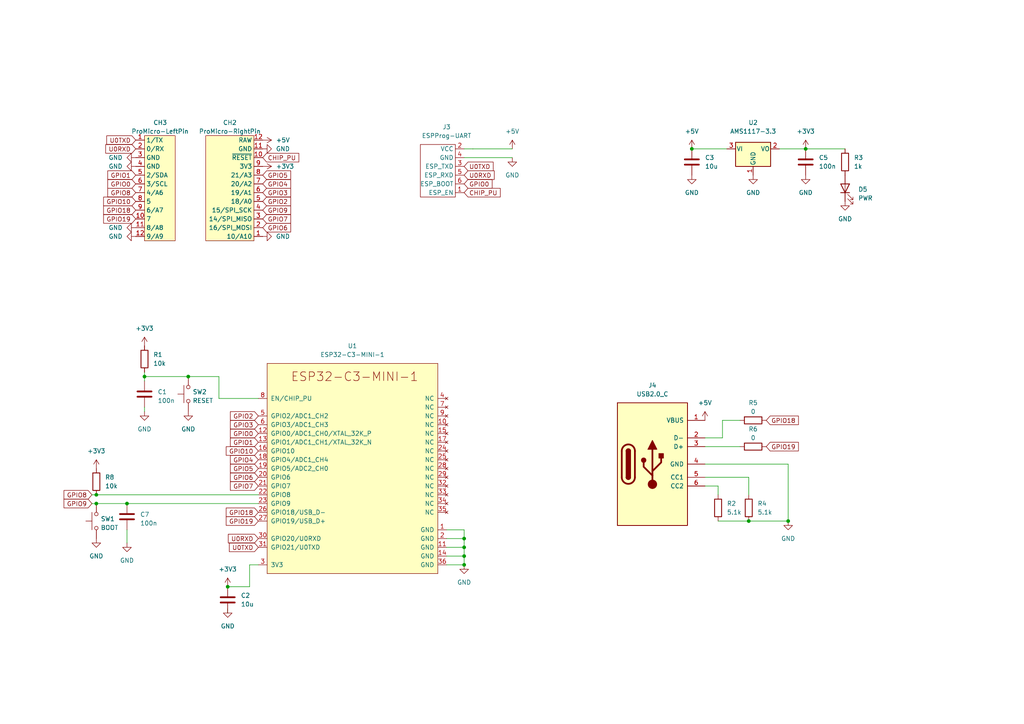
<source format=kicad_sch>
(kicad_sch (version 20230121) (generator eeschema)
  (paper "A4")
  (lib_symbols
    (symbol "$74th:ProMicro-LeftPin"
      (property "Reference" "CH" (at 0 12.7 0))
      (property "Value" "ProMicro-LeftPin" (at 0 15.24 0))
      (symbol "ProMicro-LeftPin_0_1"
        (rectangle (start -3.81 11.43) (end 5.08 -19.05) (stroke (width 0.1524)) (fill (type background)))
      )
      (symbol "ProMicro-LeftPin_1_1"
        (pin bidirectional line (at -6.35 10.16 0) (length 2.54) (name "1/TX") (number "1"))
        (pin bidirectional line (at -6.35 -12.7 0) (length 2.54) (name "7") (number "10"))
        (pin bidirectional line (at -6.35 -15.24 0) (length 2.54) (name "8/A8") (number "11"))
        (pin bidirectional line (at -6.35 -17.78 0) (length 2.54) (name "9/A9") (number "12"))
        (pin bidirectional line (at -6.35 7.62 0) (length 2.54) (name "0/RX") (number "2"))
        (pin power_in line (at -6.35 5.08 0) (length 2.54) (name "GND") (number "3"))
        (pin power_in line (at -6.35 2.54 0) (length 2.54) (name "GND") (number "4"))
        (pin bidirectional line (at -6.35 0 0) (length 2.54) (name "2/SDA") (number "5"))
        (pin bidirectional line (at -6.35 -2.54 0) (length 2.54) (name "3/SCL") (number "6"))
        (pin bidirectional line (at -6.35 -5.08 0) (length 2.54) (name "4/A6") (number "7"))
        (pin bidirectional line (at -6.35 -7.62 0) (length 2.54) (name "5") (number "8"))
        (pin bidirectional line (at -6.35 -10.16 0) (length 2.54) (name "6/A7") (number "9"))
      )
    )
    (symbol "$74th:ProMicro-RightPin"
      (property "Reference" "CH" (at 0 12.7 0))
      (property "Value" "ProMicro-RightPin" (at 0 15.24 0))
      (symbol "ProMicro-RightPin_0_1"
        (rectangle (start -3.81 11.43) (end 10.16 -19.05) (stroke (width 0.1524)) (fill (type background)))
      )
      (symbol "ProMicro-RightPin_1_1"
        (pin bidirectional line (at 12.7 -17.78 180) (length 2.54) (name "10/A10") (number "1"))
        (pin input line (at 12.7 5.08 180) (length 2.54) (name "~{RESET}") (number "10"))
        (pin power_in line (at 12.7 7.62 180) (length 2.54) (name "GND") (number "11"))
        (pin power_in line (at 12.7 10.16 180) (length 2.54) (name "RAW") (number "12"))
        (pin bidirectional line (at 12.7 -15.24 180) (length 2.54) (name "16/SPI_MOSI") (number "2"))
        (pin bidirectional line (at 12.7 -12.7 180) (length 2.54) (name "14/SPI_MISO") (number "3"))
        (pin bidirectional line (at 12.7 -10.16 180) (length 2.54) (name "15/SPI_SCK") (number "4"))
        (pin bidirectional line (at 12.7 -7.62 180) (length 2.54) (name "18/A0") (number "5"))
        (pin bidirectional line (at 12.7 -5.08 180) (length 2.54) (name "19/A1") (number "6"))
        (pin bidirectional line (at 12.7 -2.54 180) (length 2.54) (name "20/A2") (number "7"))
        (pin bidirectional line (at 12.7 0 180) (length 2.54) (name "21/A3") (number "8"))
        (pin power_in line (at 12.7 2.54 180) (length 2.54) (name "3V3") (number "9"))
      )
    )
    (symbol "Device:C" (pin_numbers hide) (pin_names (offset 0.254))
      (property "Reference" "C" (at 0.635 2.54 0))
      (property "Value" "C" (at 0.635 -2.54 0))
      (symbol "C_0_1"
        (polyline (pts (xy -2.032 -0.762) (xy 2.032 -0.762)) (stroke (width 0.508)))
        (polyline (pts (xy -2.032 0.762) (xy 2.032 0.762)) (stroke (width 0.508)))
      )
      (symbol "C_1_1"
        (pin passive line (at 0 3.81 270) (length 2.794) (name "~") (number "1"))
        (pin passive line (at 0 -3.81 90) (length 2.794) (name "~") (number "2"))
      )
    )
    (symbol "Device:LED" (pin_numbers hide) (pin_names (offset 1.016) hide)
      (property "Reference" "D" (at 0 2.54 0))
      (property "Value" "LED" (at 0 -2.54 0))
      (symbol "LED_0_1"
        (polyline (pts (xy -1.27 -1.27) (xy -1.27 1.27)) (stroke (width 0.254)))
        (polyline (pts (xy -1.27 0) (xy 1.27 0)))
        (polyline (pts (xy 1.27 -1.27) (xy 1.27 1.27) (xy -1.27 0) (xy 1.27 -1.27)) (stroke (width 0.254)))
        (polyline (pts (xy -3.048 -0.762) (xy -4.572 -2.286) (xy -3.81 -2.286) (xy -4.572 -2.286) (xy -4.572 -1.524)))
        (polyline (pts (xy -1.778 -0.762) (xy -3.302 -2.286) (xy -2.54 -2.286) (xy -3.302 -2.286) (xy -3.302 -1.524)))
      )
      (symbol "LED_1_1"
        (pin passive line (at -3.81 0 0) (length 2.54) (name "K") (number "1"))
        (pin passive line (at 3.81 0 180) (length 2.54) (name "A") (number "2"))
      )
    )
    (symbol "Device:R" (pin_numbers hide) (pin_names (offset 0))
      (property "Reference" "R" (at 2.032 0 90))
      (property "Value" "R" (at 0 0 90))
      (symbol "R_0_1"
        (rectangle (start -1.016 -2.54) (end 1.016 2.54) (stroke (width 0.254)))
      )
      (symbol "R_1_1"
        (pin passive line (at 0 3.81 270) (length 1.27) (name "~") (number "1"))
        (pin passive line (at 0 -3.81 90) (length 1.27) (name "~") (number "2"))
      )
    )
    (symbol "Espressif:ESP32-C3-MINI-1" (pin_names (offset 1.016))
      (property "Reference" "U" (at 0 33.02 0))
      (property "Value" "ESP32-C3-MINI-1" (at 0 -30.48 0))
      (symbol "ESP32-C3-MINI-1_0_0"
        (text "ESP32-C3-MINI-1" (at 1.27 27.94 0) (effects (font (size 2.54 2.54))))
      )
      (symbol "ESP32-C3-MINI-1_0_1"
        (rectangle (start -24.13 31.75) (end 25.4 -29.21) (fill (type background)))
      )
      (symbol "ESP32-C3-MINI-1_1_1"
        (pin power_in line (at 27.94 -16.51 180) (length 2.54) (name "GND") (number "1"))
        (pin no_connect line (at 27.94 13.97 180) (length 2.54) (name "NC") (number "10"))
        (pin power_in line (at 27.94 -21.59 180) (length 2.54) (name "GND") (number "11"))
        (pin bidirectional line (at -26.67 11.43 0) (length 2.54) (name "GPIO0/ADC1_CH0/XTAL_32K_P") (number "12"))
        (pin bidirectional line (at -26.67 8.89 0) (length 2.54) (name "GPIO1/ADC1_CH1/XTAL_32K_N") (number "13"))
        (pin power_in line (at 27.94 -24.13 180) (length 2.54) (name "GND") (number "14"))
        (pin no_connect line (at 27.94 11.43 180) (length 2.54) (name "NC") (number "15"))
        (pin bidirectional line (at -26.67 6.35 0) (length 2.54) (name "GPIO10") (number "16"))
        (pin no_connect line (at 27.94 8.89 180) (length 2.54) (name "NC") (number "17"))
        (pin bidirectional line (at -26.67 3.81 0) (length 2.54) (name "GPIO4/ADC1_CH4") (number "18"))
        (pin bidirectional line (at -26.67 1.27 0) (length 2.54) (name "GPIO5/ADC2_CH0") (number "19"))
        (pin power_in line (at 27.94 -19.05 180) (length 2.54) (name "GND") (number "2"))
        (pin bidirectional line (at -26.67 -1.27 0) (length 2.54) (name "GPIO6") (number "20"))
        (pin bidirectional line (at -26.67 -3.81 0) (length 2.54) (name "GPIO7") (number "21"))
        (pin bidirectional line (at -26.67 -6.35 0) (length 2.54) (name "GPIO8") (number "22"))
        (pin bidirectional line (at -26.67 -8.89 0) (length 2.54) (name "GPIO9") (number "23"))
        (pin no_connect line (at 27.94 6.35 180) (length 2.54) (name "NC") (number "24"))
        (pin no_connect line (at 27.94 3.81 180) (length 2.54) (name "NC") (number "25"))
        (pin bidirectional line (at -26.67 -11.43 0) (length 2.54) (name "GPIO18/USB_D-") (number "26"))
        (pin bidirectional line (at -26.67 -13.97 0) (length 2.54) (name "GPIO19/USB_D+") (number "27"))
        (pin no_connect line (at 27.94 1.27 180) (length 2.54) (name "NC") (number "28"))
        (pin no_connect line (at 27.94 -1.27 180) (length 2.54) (name "NC") (number "29"))
        (pin power_in line (at -26.67 -26.67 0) (length 2.54) (name "3V3") (number "3"))
        (pin bidirectional line (at -26.67 -19.05 0) (length 2.54) (name "GPIO20/U0RXD") (number "30"))
        (pin bidirectional line (at -26.67 -21.59 0) (length 2.54) (name "GPIO21/U0TXD") (number "31"))
        (pin no_connect line (at 27.94 -3.81 180) (length 2.54) (name "NC") (number "32"))
        (pin no_connect line (at 27.94 -6.35 180) (length 2.54) (name "NC") (number "33"))
        (pin no_connect line (at 27.94 -8.89 180) (length 2.54) (name "NC") (number "34"))
        (pin no_connect line (at 27.94 -11.43 180) (length 2.54) (name "NC") (number "35"))
        (pin power_in line (at 27.94 -26.67 180) (length 2.54) (name "GND") (number "36"))
        (pin no_connect line (at 27.94 21.59 180) (length 2.54) (name "NC") (number "4"))
        (pin bidirectional line (at -26.67 16.51 0) (length 2.54) (name "GPIO2/ADC1_CH2") (number "5"))
        (pin bidirectional line (at -26.67 13.97 0) (length 2.54) (name "GPIO3/ADC1_CH3") (number "6"))
        (pin no_connect line (at 27.94 19.05 180) (length 2.54) (name "NC") (number "7"))
        (pin input line (at -26.67 21.59 0) (length 2.54) (name "EN/CHIP_PU") (number "8"))
        (pin no_connect line (at 27.94 16.51 180) (length 2.54) (name "NC") (number "9"))
      )
    )
    (symbol "Regulator_Linear:AMS1117-3.3" (pin_names (offset 0.254))
      (property "Reference" "U" (at -3.81 3.175 0))
      (property "Value" "AMS1117-3.3" (at 0 3.175 0))
      (symbol "AMS1117-3.3_0_1"
        (rectangle (start -5.08 -5.08) (end 5.08 1.905) (stroke (width 0.254)) (fill (type background)))
      )
      (symbol "AMS1117-3.3_1_1"
        (pin power_in line (at 0 -7.62 90) (length 2.54) (name "GND") (number "1"))
        (pin power_out line (at 7.62 0 180) (length 2.54) (name "VO") (number "2"))
        (pin power_in line (at -7.62 0 0) (length 2.54) (name "VI") (number "3"))
      )
    )
    (symbol "Switch:SW_Push" (pin_numbers hide) (pin_names (offset 1.016) hide)
      (property "Reference" "SW" (at 1.27 2.54 0))
      (property "Value" "SW_Push" (at 0 -1.524 0))
      (symbol "SW_Push_0_1"
        (circle (center -2.032 0) (radius 0.508))
        (polyline (pts (xy 0 1.27) (xy 0 3.048)))
        (polyline (pts (xy 2.54 1.27) (xy -2.54 1.27)))
        (circle (center 2.032 0) (radius 0.508))
        (pin passive line (at -5.08 0 0) (length 2.54) (name "1") (number "1"))
        (pin passive line (at 5.08 0 180) (length 2.54) (name "2") (number "2"))
      )
    )
    (symbol "esp32-dev-boards:ESPProg-UART"
      (property "Reference" "J" (at 0 1.27 0))
      (property "Value" "ESPProg-UART" (at 0 2.54 0))
      (symbol "ESPProg-UART_0_1"
        (rectangle (start -7.62 0) (end 2.54 -15.24) (stroke (width 0.1524)))
        (rectangle (start 7.62 -1.27) (end 7.62 -1.27) (stroke (width 0.1524)))
        (rectangle (start 7.62 -1.27) (end 7.62 -1.27) (stroke (width 0.1524)))
      )
      (symbol "ESPProg-UART_1_1"
        (pin output line (at 5.08 -13.97 180) (length 2.54) (name "ESP_EN") (number "1"))
        (pin power_out line (at 5.08 -1.27 180) (length 2.54) (name "VCC") (number "2"))
        (pin input line (at 5.08 -6.35 180) (length 2.54) (name "ESP_TXD") (number "3"))
        (pin power_out line (at 5.08 -3.81 180) (length 2.54) (name "GND") (number "4"))
        (pin output line (at 5.08 -8.89 180) (length 2.54) (name "ESP_RXD") (number "5"))
        (pin output line (at 5.08 -11.43 180) (length 2.54) (name "ESP_BOOT") (number "6"))
      )
    )
    (symbol "esp32-dev-boards:USB2.0_C" (pin_names (offset 1.016))
      (property "Reference" "J" (at -10.16 19.05 0))
      (property "Value" "USB2.0_C" (at 12.7 19.05 0))
      (symbol "USB2.0_C_0_1"
        (rectangle (start -10.16 17.78) (end 10.16 -17.78) (stroke (width 0.254)) (fill (type background)))
        (arc (start -8.89 -3.81) (mid -6.985 -5.7067) (end -5.08 -3.81) (stroke (width 0.508)))
        (arc (start -7.62 -3.81) (mid -6.985 -4.4423) (end -6.35 -3.81) (stroke (width 0.254)))
        (arc (start -7.62 -3.81) (mid -6.985 -4.4423) (end -6.35 -3.81) (stroke (width 0.254)) (fill (type outline)))
        (rectangle (start -7.62 -3.81) (end -6.35 3.81) (stroke (width 0.254)) (fill (type outline)))
        (arc (start -6.35 3.81) (mid -6.985 4.4423) (end -7.62 3.81) (stroke (width 0.254)))
        (arc (start -6.35 3.81) (mid -6.985 4.4423) (end -7.62 3.81) (stroke (width 0.254)) (fill (type outline)))
        (arc (start -5.08 3.81) (mid -6.985 5.7067) (end -8.89 3.81) (stroke (width 0.508)))
        (circle (center -2.54 1.143) (radius 0.635) (stroke (width 0.254)) (fill (type outline)))
        (circle (center 0 -5.842) (radius 1.27) (fill (type outline)))
        (polyline (pts (xy -8.89 -3.81) (xy -8.89 3.81)) (stroke (width 0.508)))
        (polyline (pts (xy -5.08 3.81) (xy -5.08 -3.81)) (stroke (width 0.508)))
        (polyline (pts (xy 0 -5.842) (xy 0 4.318)) (stroke (width 0.508)))
        (polyline (pts (xy 0 -3.302) (xy -2.54 -0.762) (xy -2.54 0.508)) (stroke (width 0.508)))
        (polyline (pts (xy 0 -2.032) (xy 2.54 0.508) (xy 2.54 1.778)) (stroke (width 0.508)))
        (polyline (pts (xy -1.27 4.318) (xy 0 6.858) (xy 1.27 4.318) (xy -1.27 4.318)) (stroke (width 0.254)) (fill (type outline)))
        (rectangle (start 1.905 1.778) (end 3.175 3.048) (stroke (width 0.254)) (fill (type outline)))
      )
      (symbol "USB2.0_C_1_1"
        (pin power_out line (at 15.24 12.7 180) (length 5.08) (name "VBUS") (number "1"))
        (pin bidirectional line (at 15.24 7.62 180) (length 5.08) (name "D-") (number "2"))
        (pin bidirectional line (at 15.24 5.08 180) (length 5.08) (name "D+") (number "3"))
        (pin power_out line (at 15.24 0 180) (length 5.08) (name "GND") (number "4"))
        (pin bidirectional line (at 15.24 -3.81 180) (length 5.08) (name "CC1") (number "5"))
        (pin bidirectional line (at 15.24 -6.35 180) (length 5.08) (name "CC2") (number "6"))
      )
    )
    (symbol "power:+3V3" (power) (pin_names (offset 0))
      (property "Value" "+3V3" (at 0 3.556 0))
      (symbol "+3V3_0_1"
        (polyline (pts (xy -0.762 1.27) (xy 0 2.54)))
        (polyline (pts (xy 0 0) (xy 0 2.54)))
        (polyline (pts (xy 0 2.54) (xy 0.762 1.27)))
      )
      (symbol "+3V3_1_1"
        (pin power_in line (at 0 0 90) (length 0) hide (name "+3V3") (number "1"))
      )
    )
    (symbol "power:+5V" (power) (pin_names (offset 0))
      (property "Value" "+5V" (at 0 3.556 0))
      (symbol "+5V_0_1"
        (polyline (pts (xy -0.762 1.27) (xy 0 2.54)))
        (polyline (pts (xy 0 0) (xy 0 2.54)))
        (polyline (pts (xy 0 2.54) (xy 0.762 1.27)))
      )
      (symbol "+5V_1_1"
        (pin power_in line (at 0 0 90) (length 0) hide (name "+5V") (number "1"))
      )
    )
    (symbol "power:GND" (power) (pin_names (offset 0))
      (property "Value" "GND" (at 0 -3.81 0))
      (symbol "GND_0_1"
        (polyline (pts (xy 0 0) (xy 0 -1.27) (xy 1.27 -1.27) (xy 0 -2.54) (xy -1.27 -1.27) (xy 0 -1.27)))
      )
      (symbol "GND_1_1"
        (pin power_in line (at 0 0 270) (length 0) hide (name "GND") (number "1"))
      )
    )
  )
  (junction (at 41.91 109.22))
  (junction (at 134.62 161.29))
  (junction (at 66.04 170.18))
  (junction (at 233.68 43.18))
  (junction (at 54.61 109.22))
  (junction (at 134.62 156.21))
  (junction (at 134.62 158.75))
  (junction (at 228.6 151.13))
  (junction (at 134.62 163.83))
  (junction (at 27.94 143.51))
  (junction (at 200.66 43.18))
  (junction (at 36.83 146.05))
  (junction (at 27.94 146.05))
  (junction (at 217.17 151.13))
  (wire (pts (xy 129.54 163.83) (xy 134.62 163.83)))
  (wire (pts (xy 134.62 156.21) (xy 134.62 158.75)))
  (wire (pts (xy 134.62 43.18) (xy 148.59 43.18)))
  (wire (pts (xy 27.94 146.05) (xy 36.83 146.05)))
  (wire (pts (xy 214.63 121.92) (xy 209.55 121.92)))
  (wire (pts (xy 36.83 146.05) (xy 74.93 146.05)))
  (wire (pts (xy 134.62 45.72) (xy 148.59 45.72)))
  (wire (pts (xy 129.54 156.21) (xy 134.62 156.21)))
  (wire (pts (xy 204.47 134.62) (xy 228.6 134.62)))
  (wire (pts (xy 41.91 109.22) (xy 54.61 109.22)))
  (wire (pts (xy 228.6 134.62) (xy 228.6 151.13)))
  (wire (pts (xy 208.28 151.13) (xy 217.17 151.13)))
  (wire (pts (xy 233.68 43.18) (xy 245.11 43.18)))
  (wire (pts (xy 63.5 109.22) (xy 63.5 115.57)))
  (wire (pts (xy 26.67 146.05) (xy 27.94 146.05)))
  (wire (pts (xy 226.06 43.18) (xy 233.68 43.18)))
  (wire (pts (xy 41.91 109.22) (xy 41.91 110.49)))
  (wire (pts (xy 209.55 127) (xy 204.47 127)))
  (wire (pts (xy 208.28 140.97) (xy 208.28 143.51)))
  (wire (pts (xy 72.39 170.18) (xy 66.04 170.18)))
  (wire (pts (xy 200.66 43.18) (xy 210.82 43.18)))
  (wire (pts (xy 134.62 153.67) (xy 134.62 156.21)))
  (wire (pts (xy 129.54 158.75) (xy 134.62 158.75)))
  (wire (pts (xy 54.61 109.22) (xy 63.5 109.22)))
  (wire (pts (xy 26.67 143.51) (xy 27.94 143.51)))
  (wire (pts (xy 217.17 151.13) (xy 228.6 151.13)))
  (wire (pts (xy 129.54 153.67) (xy 134.62 153.67)))
  (wire (pts (xy 66.04 177.8) (xy 66.04 176.53)))
  (wire (pts (xy 204.47 138.43) (xy 217.17 138.43)))
  (wire (pts (xy 41.91 119.38) (xy 41.91 118.11)))
  (wire (pts (xy 204.47 129.54) (xy 214.63 129.54)))
  (wire (pts (xy 41.91 107.95) (xy 41.91 109.22)))
  (wire (pts (xy 129.54 161.29) (xy 134.62 161.29)))
  (wire (pts (xy 72.39 163.83) (xy 72.39 170.18)))
  (wire (pts (xy 217.17 138.43) (xy 217.17 143.51)))
  (wire (pts (xy 209.55 121.92) (xy 209.55 127)))
  (wire (pts (xy 27.94 143.51) (xy 74.93 143.51)))
  (wire (pts (xy 63.5 115.57) (xy 74.93 115.57)))
  (wire (pts (xy 36.83 153.67) (xy 36.83 157.48)))
  (wire (pts (xy 74.93 163.83) (xy 72.39 163.83)))
  (wire (pts (xy 204.47 140.97) (xy 208.28 140.97)))
  (wire (pts (xy 134.62 161.29) (xy 134.62 163.83)))
  (wire (pts (xy 134.62 158.75) (xy 134.62 161.29)))
  (global_label "GPIO2" (shape input) (at 74.93 120.65 180) (property "Intersheetrefs" "${INTERSHEET_REFS}" (effects hide)))
  (global_label "GPIO18" (shape input) (at 74.93 148.59 180) (property "Intersheetrefs" "${INTERSHEET_REFS}" (effects hide)))
  (global_label "U0RXD" (shape input) (at 39.37 43.18 180) (property "Intersheetrefs" "${INTERSHEET_REFS}" (effects hide)))
  (global_label "GPIO1" (shape input) (at 39.37 50.8 180) (property "Intersheetrefs" "${INTERSHEET_REFS}" (effects hide)))
  (global_label "U0TXD" (shape input) (at 74.93 158.75 180) (property "Intersheetrefs" "${INTERSHEET_REFS}" (effects hide)))
  (global_label "GPIO3" (shape input) (at 74.93 123.19 180) (property "Intersheetrefs" "${INTERSHEET_REFS}" (effects hide)))
  (global_label "GPIO19" (shape input) (at 74.93 151.13 180) (property "Intersheetrefs" "${INTERSHEET_REFS}" (effects hide)))
  (global_label "GPIO18" (shape input) (at 222.25 121.92 0) (property "Intersheetrefs" "${INTERSHEET_REFS}" (effects hide)))
  (global_label "GPIO6" (shape input) (at 76.2 66.04 0) (property "Intersheetrefs" "${INTERSHEET_REFS}" (effects hide)))
  (global_label "GPIO19" (shape input) (at 39.37 63.5 180) (property "Intersheetrefs" "${INTERSHEET_REFS}" (effects hide)))
  (global_label "GPIO5" (shape input) (at 76.2 50.8 0) (property "Intersheetrefs" "${INTERSHEET_REFS}" (effects hide)))
  (global_label "GPIO19" (shape input) (at 222.25 129.54 0) (property "Intersheetrefs" "${INTERSHEET_REFS}" (effects hide)))
  (global_label "U0RXD" (shape input) (at 74.93 156.21 180) (property "Intersheetrefs" "${INTERSHEET_REFS}" (effects hide)))
  (global_label "GPIO10" (shape input) (at 74.93 130.81 180) (property "Intersheetrefs" "${INTERSHEET_REFS}" (effects hide)))
  (global_label "GPIO7" (shape input) (at 74.93 140.97 180) (property "Intersheetrefs" "${INTERSHEET_REFS}" (effects hide)))
  (global_label "GPIO10" (shape input) (at 39.37 58.42 180) (property "Intersheetrefs" "${INTERSHEET_REFS}" (effects hide)))
  (global_label "GPIO3" (shape input) (at 76.2 55.88 0) (property "Intersheetrefs" "${INTERSHEET_REFS}" (effects hide)))
  (global_label "U0RXD" (shape input) (at 134.62 50.8 0) (property "Intersheetrefs" "${INTERSHEET_REFS}" (effects hide)))
  (global_label "GPIO4" (shape input) (at 74.93 133.35 180) (property "Intersheetrefs" "${INTERSHEET_REFS}" (effects hide)))
  (global_label "CHIP_PU" (shape input) (at 134.62 55.88 0) (property "Intersheetrefs" "${INTERSHEET_REFS}" (effects hide)))
  (global_label "GPIO0" (shape input) (at 74.93 125.73 180) (property "Intersheetrefs" "${INTERSHEET_REFS}" (effects hide)))
  (global_label "GPIO4" (shape input) (at 76.2 53.34 0) (property "Intersheetrefs" "${INTERSHEET_REFS}" (effects hide)))
  (global_label "GPIO1" (shape input) (at 74.93 128.27 180) (property "Intersheetrefs" "${INTERSHEET_REFS}" (effects hide)))
  (global_label "GPIO6" (shape input) (at 74.93 138.43 180) (property "Intersheetrefs" "${INTERSHEET_REFS}" (effects hide)))
  (global_label "GPIO0" (shape input) (at 134.62 53.34 0) (property "Intersheetrefs" "${INTERSHEET_REFS}" (effects hide)))
  (global_label "CHIP_PU" (shape input) (at 76.2 45.72 0) (property "Intersheetrefs" "${INTERSHEET_REFS}" (effects hide)))
  (global_label "U0TXD" (shape input) (at 39.37 40.64 180) (property "Intersheetrefs" "${INTERSHEET_REFS}" (effects hide)))
  (global_label "GPIO2" (shape input) (at 76.2 58.42 0) (property "Intersheetrefs" "${INTERSHEET_REFS}" (effects hide)))
  (global_label "GPIO8" (shape input) (at 39.37 55.88 180) (property "Intersheetrefs" "${INTERSHEET_REFS}" (effects hide)))
  (global_label "GPIO9" (shape input) (at 76.2 60.96 0) (property "Intersheetrefs" "${INTERSHEET_REFS}" (effects hide)))
  (global_label "GPIO9" (shape input) (at 26.67 146.05 180) (property "Intersheetrefs" "${INTERSHEET_REFS}" (effects hide)))
  (global_label "U0TXD" (shape input) (at 134.62 48.26 0) (property "Intersheetrefs" "${INTERSHEET_REFS}" (effects hide)))
  (global_label "GPIO18" (shape input) (at 39.37 60.96 180) (property "Intersheetrefs" "${INTERSHEET_REFS}" (effects hide)))
  (global_label "GPIO5" (shape input) (at 74.93 135.89 180) (property "Intersheetrefs" "${INTERSHEET_REFS}" (effects hide)))
  (global_label "GPIO8" (shape input) (at 26.67 143.51 180) (property "Intersheetrefs" "${INTERSHEET_REFS}" (effects hide)))
  (global_label "GPIO0" (shape input) (at 39.37 53.34 180) (property "Intersheetrefs" "${INTERSHEET_REFS}" (effects hide)))
  (global_label "GPIO7" (shape input) (at 76.2 63.5 0) (property "Intersheetrefs" "${INTERSHEET_REFS}" (effects hide)))
  (symbol (lib_id "power:GND") (at 41.91 119.38 0) (unit 1)
    (property "Reference" "#PWR03" (effects hide))
    (property "Value" "GND" (at 41.91 124.46 0))
  )
  (symbol (lib_id "power:GND") (at 218.44 50.8 0) (unit 1)
    (property "Reference" "#PWR018" (effects hide))
    (property "Value" "GND" (at 218.44 55.88 0))
  )
  (symbol (lib_id "power:+3V3") (at 76.2 48.26 270) (unit 1)
    (property "Reference" "#PWR024" (effects hide))
    (property "Value" "+3V3" (at 80.01 48.26 90) (effects (justify left)))
  )
  (symbol (lib_id "power:GND") (at 76.2 43.18 90) (unit 1)
    (property "Reference" "#PWR010" (effects hide))
    (property "Value" "GND" (at 80.01 43.18 90) (effects (justify right)))
  )
  (symbol (lib_id "power:+5V") (at 76.2 40.64 270) (unit 1)
    (property "Reference" "#PWR09" (effects hide))
    (property "Value" "+5V" (at 80.01 40.64 90) (effects (justify left)))
  )
  (symbol (lib_id "Regulator_Linear:AMS1117-3.3") (at 218.44 43.18 0) (unit 1)
    (property "Reference" "U2" (at 218.44 35.56 0))
    (property "Value" "AMS1117-3.3" (at 218.44 38.1 0))
    (property "Footprint" "$74th:Regulator_AMS1117_SOT-89" (effects hide))
    (property "Datasheet" "http://www.advanced-monolithic.com/pdf/ds1117.pdf" (effects hide))
  )
  (symbol (lib_id "Device:R") (at 208.28 147.32 180) (unit 1)
    (property "Reference" "R2" (at 210.82 146.0499 0) (effects (justify right)))
    (property "Value" "5.1k" (at 210.82 148.5899 0) (effects (justify right)))
    (property "Footprint" "$74th:Register_0805_2012" (effects hide))
  )
  (symbol (lib_id "Switch:SW_Push") (at 54.61 114.3 90) (unit 1)
    (property "Reference" "SW2" (at 55.88 113.665 90) (effects (justify right)))
    (property "Value" "RESET" (at 55.88 116.205 90) (effects (justify right)))
    (property "Footprint" "$74th:SKRPABE010" (effects hide))
  )
  (symbol (lib_id "power:GND") (at 39.37 68.58 270) (unit 1)
    (property "Reference" "#PWR027" (effects hide))
    (property "Value" "GND" (at 35.56 68.58 90) (effects (justify right)))
  )
  (symbol (lib_id "Device:LED") (at 245.11 54.61 90) (unit 1)
    (property "Reference" "D5" (at 248.92 54.9274 90) (effects (justify right)))
    (property "Value" "PWR" (at 248.92 57.4674 90) (effects (justify right)))
    (property "Footprint" "$74th:LED_0805_2012Metric_Pad1.15x1.40mm_HandSolder" (effects hide))
  )
  (symbol (lib_id "power:+3V3") (at 27.94 135.89 0) (unit 1)
    (property "Reference" "#PWR021" (effects hide))
    (property "Value" "+3V3" (at 27.94 130.81 0))
  )
  (symbol (lib_id "Switch:SW_Push") (at 27.94 151.13 90) (unit 1)
    (property "Reference" "SW1" (at 29.21 150.495 90) (effects (justify right)))
    (property "Value" "BOOT" (at 29.21 153.035 90) (effects (justify right)))
    (property "Footprint" "$74th:SKRPABE010" (effects hide))
  )
  (symbol (lib_id "$74th:ProMicro-RightPin") (at 63.5 50.8 0) (unit 1)
    (property "Reference" "CH2" (at 66.675 35.56 0))
    (property "Value" "ProMicro-RightPin" (at 66.675 38.1 0))
    (property "Footprint" "$74th:ProMicro_LIKE_RIGHT" (effects hide))
  )
  (symbol (lib_id "power:GND") (at 134.62 163.83 0) (unit 1)
    (property "Reference" "#PWR011" (effects hide))
    (property "Value" "GND" (at 134.62 168.91 0))
  )
  (symbol (lib_id "power:GND") (at 228.6 151.13 0) (unit 1)
    (property "Reference" "#PWR07" (effects hide))
    (property "Value" "GND" (at 228.6 156.21 0))
  )
  (symbol (lib_id "power:GND") (at 39.37 48.26 270) (unit 1)
    (property "Reference" "#PWR028" (effects hide))
    (property "Value" "GND" (at 35.56 48.26 90) (effects (justify right)))
  )
  (symbol (lib_id "power:GND") (at 76.2 68.58 90) (unit 1)
    (property "Reference" "#PWR029" (effects hide))
    (property "Value" "GND" (at 80.01 68.58 90) (effects (justify right)))
  )
  (symbol (lib_id "power:GND") (at 39.37 66.04 270) (unit 1)
    (property "Reference" "#PWR026" (effects hide))
    (property "Value" "GND" (at 35.56 66.04 90) (effects (justify right)))
  )
  (symbol (lib_id "power:+5V") (at 204.47 121.92 0) (unit 1)
    (property "Reference" "#PWR06" (effects hide))
    (property "Value" "+5V" (at 204.47 116.84 0))
  )
  (symbol (lib_id "power:+5V") (at 148.59 43.18 0) (unit 1)
    (property "Reference" "#PWR04" (effects hide))
    (property "Value" "+5V" (at 148.59 38.1 0))
  )
  (symbol (lib_id "Device:R") (at 41.91 104.14 180) (unit 1)
    (property "Reference" "R1" (at 44.45 102.8699 0) (effects (justify right)))
    (property "Value" "10k" (at 44.45 105.4099 0) (effects (justify right)))
    (property "Footprint" "$74th:Register_0805_2012" (effects hide))
  )
  (symbol (lib_id "power:GND") (at 39.37 45.72 270) (unit 1)
    (property "Reference" "#PWR025" (effects hide))
    (property "Value" "GND" (at 35.56 45.72 90) (effects (justify right)))
  )
  (symbol (lib_id "Device:R") (at 217.17 147.32 180) (unit 1)
    (property "Reference" "R4" (at 219.71 146.0499 0) (effects (justify right)))
    (property "Value" "5.1k" (at 219.71 148.5899 0) (effects (justify right)))
    (property "Footprint" "$74th:Register_0805_2012" (effects hide))
  )
  (symbol (lib_id "Device:R") (at 218.44 129.54 270) (unit 1)
    (property "Reference" "R6" (at 218.44 124.46 90))
    (property "Value" "0" (at 218.44 127 90))
    (property "Footprint" "$74th:Register_0805_2012" (effects hide))
  )
  (symbol (lib_id "esp32-dev-boards:ESPProg-UART") (at 129.54 41.91 0) (unit 1)
    (property "Reference" "J3" (at 129.54 36.83 0))
    (property "Value" "ESPProg-UART" (at 129.54 39.37 0))
    (property "Footprint" "$74th:BoxPinHeader_2x03_P1.27mm_Vertical" (effects hide))
  )
  (symbol (lib_id "Device:C") (at 233.68 46.99 0) (unit 1)
    (property "Reference" "C5" (at 237.49 45.7199 0) (effects (justify left)))
    (property "Value" "100n" (at 237.49 48.2599 0) (effects (justify left)))
    (property "Footprint" "$74th:Capacitor_0805_2012" (effects hide))
  )
  (symbol (lib_id "Device:C") (at 41.91 114.3 0) (unit 1)
    (property "Reference" "C1" (at 45.72 113.665 0) (effects (justify left)))
    (property "Value" "100n" (at 45.72 116.205 0) (effects (justify left)))
    (property "Footprint" "$74th:Capacitor_0805_2012" (effects hide))
  )
  (symbol (lib_id "Device:R") (at 218.44 121.92 270) (unit 1)
    (property "Reference" "R5" (at 218.44 116.84 90))
    (property "Value" "0" (at 218.44 119.38 90))
    (property "Footprint" "$74th:Register_0805_2012" (effects hide))
  )
  (symbol (lib_id "Device:R") (at 245.11 46.99 180) (unit 1)
    (property "Reference" "R3" (at 247.65 45.7199 0) (effects (justify right)))
    (property "Value" "1k" (at 247.65 48.2599 0) (effects (justify right)))
    (property "Footprint" "$74th:Register_0805_2012" (effects hide))
  )
  (symbol (lib_id "power:GND") (at 66.04 176.53 0) (unit 1)
    (property "Reference" "#PWR08" (effects hide))
    (property "Value" "GND" (at 66.04 181.61 0))
  )
  (symbol (lib_id "Device:R") (at 27.94 139.7 180) (unit 1)
    (property "Reference" "R8" (at 30.48 138.4299 0) (effects (justify right)))
    (property "Value" "10k" (at 30.48 140.9699 0) (effects (justify right)))
    (property "Footprint" "$74th:Register_0805_2012" (effects hide))
  )
  (symbol (lib_id "Device:C") (at 200.66 46.99 0) (unit 1)
    (property "Reference" "C3" (at 204.47 45.7199 0) (effects (justify left)))
    (property "Value" "10u" (at 204.47 48.2599 0) (effects (justify left)))
    (property "Footprint" "$74th:Capacitor_0805_2012" (effects hide))
  )
  (symbol (lib_id "power:GND") (at 148.59 45.72 0) (unit 1)
    (property "Reference" "#PWR05" (effects hide))
    (property "Value" "GND" (at 148.59 50.8 0))
  )
  (symbol (lib_id "power:GND") (at 36.83 157.48 0) (unit 1)
    (property "Reference" "#PWR032" (effects hide))
    (property "Value" "GND" (at 36.83 162.56 0))
  )
  (symbol (lib_id "power:+3V3") (at 66.04 170.18 0) (unit 1)
    (property "Reference" "#PWR01" (effects hide))
    (property "Value" "+3V3" (at 66.04 165.1 0))
  )
  (symbol (lib_id "Device:C") (at 36.83 149.86 0) (unit 1)
    (property "Reference" "C7" (at 40.64 149.225 0) (effects (justify left)))
    (property "Value" "100n" (at 40.64 151.765 0) (effects (justify left)))
    (property "Footprint" "$74th:Capacitor_0805_2012" (effects hide))
  )
  (symbol (lib_id "Espressif:ESP32-C3-MINI-1") (at 101.6 137.16 0) (unit 1)
    (property "Reference" "U1" (at 102.235 100.33 0))
    (property "Value" "ESP32-C3-MINI-1" (at 102.235 102.87 0))
    (property "Footprint" "Espressif:ESP32-C3-MINI-1" (effects hide))
    (property "Datasheet" "https://www.espressif.com/sites/default/files/documentation/esp32-c3-mini-1_datasheet_en.pdf" (effects hide))
  )
  (symbol (lib_id "power:+3V3") (at 233.68 43.18 0) (unit 1)
    (property "Reference" "#PWR019" (effects hide))
    (property "Value" "+3V3" (at 233.68 38.1 0))
  )
  (symbol (lib_id "power:GND") (at 200.66 50.8 0) (unit 1)
    (property "Reference" "#PWR014" (effects hide))
    (property "Value" "GND" (at 200.66 55.88 0))
  )
  (symbol (lib_id "Device:C") (at 66.04 173.99 0) (unit 1)
    (property "Reference" "C2" (at 69.85 172.7199 0) (effects (justify left)))
    (property "Value" "10u" (at 69.85 175.2599 0) (effects (justify left)))
    (property "Footprint" "$74th:Capacitor_0805_2012" (effects hide))
  )
  (symbol (lib_id "$74th:ProMicro-LeftPin") (at 45.72 50.8 0) (unit 1)
    (property "Reference" "CH3" (at 44.45 35.56 0) (effects (justify left)))
    (property "Value" "ProMicro-LeftPin" (at 38.1 38.1 0) (effects (justify left)))
    (property "Footprint" "$74th:ProMicro_LIKE_LEFT" (effects hide))
  )
  (symbol (lib_id "power:GND") (at 233.68 50.8 0) (unit 1)
    (property "Reference" "#PWR020" (effects hide))
    (property "Value" "GND" (at 233.68 55.88 0))
  )
  (symbol (lib_id "power:GND") (at 54.61 119.38 0) (unit 1)
    (property "Reference" "#PWR031" (effects hide))
    (property "Value" "GND" (at 54.61 124.46 0))
  )
  (symbol (lib_id "esp32-dev-boards:USB2.0_C") (at 189.23 134.62 0) (unit 1)
    (property "Reference" "J4" (at 189.23 111.76 0))
    (property "Value" "USB2.0_C" (at 189.23 114.3 0))
    (property "Footprint" "$74th:USB-C-12-Pin-SMD" (effects hide))
    (property "Datasheet" "https://www.usb.org/sites/default/files/documents/usb_type-c.zip" (effects hide))
  )
  (symbol (lib_id "power:GND") (at 245.11 58.42 0) (unit 1)
    (property "Reference" "#PWR023" (effects hide))
    (property "Value" "GND" (at 245.11 63.5 0))
  )
  (symbol (lib_id "power:+5V") (at 200.66 43.18 0) (unit 1)
    (property "Reference" "#PWR013" (effects hide))
    (property "Value" "+5V" (at 200.66 38.1 0))
  )
  (symbol (lib_id "power:+3V3") (at 41.91 100.33 0) (unit 1)
    (property "Reference" "#PWR02" (effects hide))
    (property "Value" "+3V3" (at 41.91 95.25 0))
  )
  (symbol (lib_id "power:GND") (at 27.94 156.21 0) (unit 1)
    (property "Reference" "#PWR012" (effects hide))
    (property "Value" "GND" (at 27.94 161.29 0))
  )
)
</source>
